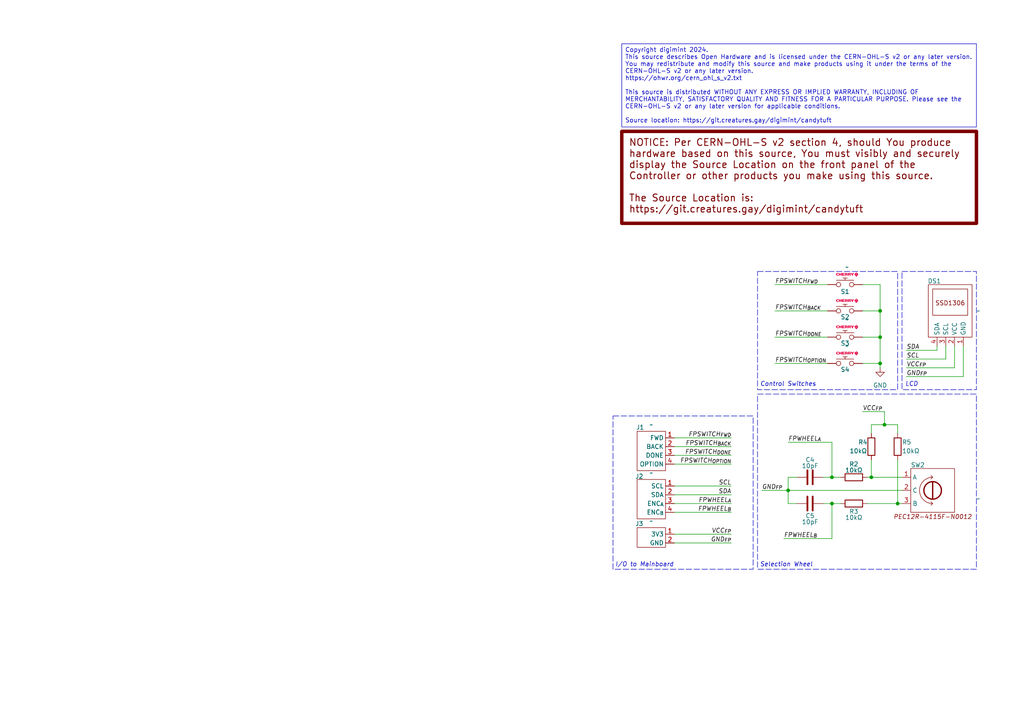
<source format=kicad_sch>
(kicad_sch (version 20231120) (generator "eeschema") (generator_version "8.0")
  (paper "A4")
  (title_block (title "Candytuft WS2811 Controller - Front Panel Board") (date "2024-10-08") (rev "1") (company "https://git.creatures.gay/digimint/candytuft") (comment 3 "Licensed under the CERN OHL-S v2") (comment 4 "Copyright 2024 digimint"))
  (lib_symbols
    (symbol "Cherry-Style-Keyswitch_1"
      (property "Reference" "S" (at 0 -1.778 0))
      (symbol "Cherry-Style-Keyswitch_1_1_1"
        (pin passive line (at -5.08 0 0) (length 2.54) (name "") (number ""))
        (pin passive line (at 5.08 0 180) (length 2.54) (name "") (number ""))
      )
    )
    (symbol "Device:C" (pin_numbers hide) (pin_names (offset 0.254))
      (property "Reference" "C" (at 0.635 2.54 0))
      (property "Value" "C" (at 0.635 -2.54 0))
      (symbol "C_1_1"
        (pin passive line (at 0 3.81 270) (length 2.794) (name "~") (number "1"))
        (pin passive line (at 0 -3.81 90) (length 2.794) (name "~") (number "2"))
      )
    )
    (symbol "Device:R" (pin_numbers hide) (pin_names (offset 0))
      (property "Reference" "R" (at 2.032 0 90))
      (property "Value" "R" (at 0 0 90))
      (symbol "R_1_1"
        (pin passive line (at 0 3.81 270) (length 1.27) (name "~") (number "1"))
        (pin passive line (at 0 -3.81 90) (length 1.27) (name "~") (number "2"))
      )
    )
    (symbol "candytuft:Cherry-Style-Keyswitch"
      (property "Reference" "S" (at 0 -1.778 0))
      (symbol "Cherry-Style-Keyswitch_1_1"
        (pin passive line (at -5.08 0 0) (length 2.54) (name "") (number ""))
        (pin passive line (at 5.08 0 180) (length 2.54) (name "") (number ""))
      )
    )
    (symbol "candytuft:FP-Keyswitch-Jack"
      (property "Reference" "J" (at -3.556 6.858 0))
      (symbol "FP-Keyswitch-Jack_1_1"
        (pin passive line (at 6.35 3.81 180) (length 2.54) (name "FWD") (number "1"))
        (pin passive line (at 6.35 1.27 180) (length 2.54) (name "BACK") (number "2"))
        (pin passive line (at 6.35 -1.27 180) (length 2.54) (name "DONE") (number "3"))
        (pin passive line (at 6.35 -3.81 180) (length 2.54) (name "OPTION") (number "4"))
      )
    )
    (symbol "candytuft:FP-LCD-Encoder-Jack"
      (property "Reference" "J" (at -3.81 6.604 0))
      (symbol "FP-LCD-Encoder-Jack_1_1"
        (pin bidirectional line (at 6.35 3.81 180) (length 2.54) (name "SCL") (number "1"))
        (pin bidirectional line (at 6.35 1.27 180) (length 2.54) (name "SDA") (number "2"))
        (pin passive line (at 6.35 -1.27 180) (length 2.54) (name "ENC_{A}") (number "3"))
        (pin passive line (at 6.35 -3.81 180) (length 2.54) (name "ENC_{B}") (number "4"))
      )
    )
    (symbol "candytuft:FP-Power-Jack"
      (property "Reference" "J" (at -3.81 4.318 0))
      (symbol "FP-Power-Jack_1_1"
        (pin power_out line (at 6.35 1.27 180) (length 2.54) (name "3V3") (number "1"))
        (pin power_in line (at 6.35 -1.27 180) (length 2.54) (name "GND") (number "2"))
      )
    )
    (symbol "candytuft:PEC12R-4115F-N0012"
      (property "Reference" "SW" (at -5.334 7.366 0))
      (symbol "PEC12R-4115F-N0012_1_1"
        (text "PEC12R-4115F-N0012" (at 0 -7.62 0) (effects (font (size 1.27 1.27) (italic yes))))
        (pin passive line (at -8.89 3.81 0) (length 2.54) (name "A") (number "1"))
        (pin passive line (at -8.89 0 0) (length 2.54) (name "C") (number "2"))
        (pin passive line (at -8.89 -3.81 0) (length 2.54) (name "B") (number "3"))
      )
    )
    (symbol "candytuft:SSD1306_IIC_Connector"
      (property "Reference" "DS" (at -7.874 7.366 0))
      (symbol "SSD1306_IIC_Connector_1_1"
        (text "SSD1306" (at -3.556 0 900) (effects (font (size 1.27 1.27))))
        (pin power_in line (at 8.89 3.81 180) (length 2.54) (name "GND") (number "1"))
        (pin power_in line (at 8.89 1.27 180) (length 2.54) (name "VCC") (number "2"))
        (pin bidirectional line (at 8.89 -1.27 180) (length 2.54) (name "SCL") (number "3"))
        (pin bidirectional line (at 8.89 -3.81 180) (length 2.54) (name "SDA") (number "4"))
      )
    )
    (symbol "power:GND" (power) (pin_numbers hide) (pin_names (offset 0) hide)
      (property "Value" "GND" (at 0 -3.81 0))
      (symbol "GND_1_1"
        (pin power_in line (at 0 0 270) (length 0) (name "~") (number "1"))
      )
    )
  )
  (junction (at 252.73 138.43))
  (junction (at 255.27 90.17))
  (junction (at 255.27 97.79))
  (junction (at 241.3 138.43))
  (junction (at 256.54 123.19))
  (junction (at 255.27 105.41))
  (junction (at 260.35 146.05))
  (junction (at 241.3 146.05))
  (junction (at 228.6 142.24))
  (wire (pts (xy 255.27 82.55) (xy 255.27 90.17)))
  (wire (pts (xy 231.14 138.43) (xy 228.6 138.43)))
  (wire (pts (xy 228.6 146.05) (xy 231.14 146.05)))
  (wire (pts (xy 274.32 100.33) (xy 274.32 104.14)))
  (wire (pts (xy 195.58 132.08) (xy 212.09 132.08)))
  (wire (pts (xy 260.35 133.35) (xy 260.35 146.05)))
  (wire (pts (xy 224.79 97.79) (xy 240.03 97.79)))
  (wire (pts (xy 260.35 123.19) (xy 260.35 125.73)))
  (wire (pts (xy 228.6 142.24) (xy 261.62 142.24)))
  (wire (pts (xy 241.3 138.43) (xy 241.3 128.27)))
  (wire (pts (xy 250.19 90.17) (xy 255.27 90.17)))
  (wire (pts (xy 224.79 82.55) (xy 240.03 82.55)))
  (wire (pts (xy 262.89 109.22) (xy 279.4 109.22)))
  (wire (pts (xy 241.3 138.43) (xy 243.84 138.43)))
  (wire (pts (xy 250.19 105.41) (xy 255.27 105.41)))
  (wire (pts (xy 228.6 138.43) (xy 228.6 142.24)))
  (wire (pts (xy 255.27 97.79) (xy 255.27 105.41)))
  (wire (pts (xy 238.76 138.43) (xy 241.3 138.43)))
  (wire (pts (xy 241.3 146.05) (xy 241.3 156.21)))
  (wire (pts (xy 262.89 104.14) (xy 274.32 104.14)))
  (wire (pts (xy 212.09 143.51) (xy 195.58 143.51)))
  (wire (pts (xy 255.27 105.41) (xy 255.27 106.68)))
  (wire (pts (xy 250.19 82.55) (xy 255.27 82.55)))
  (wire (pts (xy 252.73 123.19) (xy 252.73 125.73)))
  (wire (pts (xy 250.19 97.79) (xy 255.27 97.79)))
  (wire (pts (xy 252.73 138.43) (xy 261.62 138.43)))
  (wire (pts (xy 224.79 90.17) (xy 240.03 90.17)))
  (wire (pts (xy 212.09 157.48) (xy 195.58 157.48)))
  (wire (pts (xy 256.54 123.19) (xy 260.35 123.19)))
  (wire (pts (xy 238.76 146.05) (xy 241.3 146.05)))
  (wire (pts (xy 260.35 146.05) (xy 261.62 146.05)))
  (wire (pts (xy 228.6 128.27) (xy 241.3 128.27)))
  (wire (pts (xy 262.89 101.6) (xy 271.78 101.6)))
  (wire (pts (xy 228.6 142.24) (xy 228.6 146.05)))
  (wire (pts (xy 251.46 138.43) (xy 252.73 138.43)))
  (wire (pts (xy 212.09 140.97) (xy 195.58 140.97)))
  (wire (pts (xy 250.19 119.38) (xy 256.54 119.38)))
  (wire (pts (xy 251.46 146.05) (xy 260.35 146.05)))
  (wire (pts (xy 252.73 123.19) (xy 256.54 123.19)))
  (wire (pts (xy 224.79 105.41) (xy 240.03 105.41)))
  (wire (pts (xy 212.09 154.94) (xy 195.58 154.94)))
  (wire (pts (xy 195.58 127) (xy 212.09 127)))
  (wire (pts (xy 271.78 100.33) (xy 271.78 101.6)))
  (wire (pts (xy 252.73 133.35) (xy 252.73 138.43)))
  (wire (pts (xy 241.3 146.05) (xy 243.84 146.05)))
  (wire (pts (xy 262.89 106.68) (xy 276.86 106.68)))
  (wire (pts (xy 227.33 156.21) (xy 241.3 156.21)))
  (wire (pts (xy 212.09 146.05) (xy 195.58 146.05)))
  (wire (pts (xy 276.86 100.33) (xy 276.86 106.68)))
  (wire (pts (xy 212.09 148.59) (xy 195.58 148.59)))
  (wire (pts (xy 228.6 142.24) (xy 220.98 142.24)))
  (wire (pts (xy 255.27 90.17) (xy 255.27 97.79)))
  (wire (pts (xy 256.54 123.19) (xy 256.54 119.38)))
  (wire (pts (xy 195.58 129.54) (xy 212.09 129.54)))
  (wire (pts (xy 195.58 134.62) (xy 212.09 134.62)))
  (wire (pts (xy 279.4 100.33) (xy 279.4 109.22)))
  (rectangle (start 219.71 78.74) (end 260.35 113.03) (stroke (width 0) (type dash)))
  (rectangle (start 219.71 114.3) (end 283.21 165.1) (stroke (width 0) (type dash)))
  (rectangle (start 177.8 120.65) (end 218.44 165.1) (stroke (width 0) (type dash)))
  (rectangle (start 261.62 78.74) (end 283.21 113.03) (stroke (width 0) (type dash)))
  (text_box "NOTICE: Per CERN-OHL-S v2 section 4, should You produce hardware based on this source, You must visibly and securely display the Source Location on the front panel of the Controller or other products you make using this source.\n\nThe Source Location is:\nhttps://git.creatures.gay/digimint/candytuft" (at 180.34 38.1 0) (size 102.87 26.67) (stroke (width 1) (color 122 0 0 1)) (effects (font (size 2 2) (thickness 0.254) (bold yes)) (justify left top)))
  (text_box "Copyright digimint 2024.\nThis source describes Open Hardware and is licensed under the CERN-OHL-S v2 or any later version.\nYou may redistribute and modify this source and make products using it under the terms of the CERN-OHL-S v2 or any later version.\nhttps://ohwr.org/cern_ohl_s_v2.txt\n\nThis source is distributed WITHOUT ANY EXPRESS OR IMPLIED WARRANTY, INCLUDING OF MERCHANTABILITY, SATISFACTORY QUALITY AND FITNESS FOR A PARTICULAR PURPOSE. Please see the CERN-OHL-S v2 or any later version for applicable conditions.\n\nSource location: https://git.creatures.gay/digimint/candytuft" (at 180.34 12.7 0) (size 102.87 24.13) (effects (font (size 1.27 1.27)) (justify left top)))
  (text "LCD" (at 264.414 111.506 0) (effects (font (size 1.27 1.27) (italic yes))))
  (text "Selection Wheel" (at 228.092 163.83 0) (effects (font (size 1.27 1.27) (italic yes))))
  (text "I/O to Mainboard" (at 186.944 163.83 0) (effects (font (size 1.27 1.27) (italic yes))))
  (text "Control Switches" (at 228.6 111.506 0) (effects (font (size 1.27 1.27) (italic yes))))
  (label "FPSWITCH_{OPTION}" (at 212.09 134.62 180) (effects (font (italic yes))))
  (label "FPSWITCH_{FWD}" (at 212.09 127 180) (effects (font (italic yes))))
  (label "FPWHEEL_{A}" (at 212.09 146.05 180) (effects (font (italic yes))))
  (label "GND_{FP}" (at 212.09 157.48 180) (effects (font (italic yes))))
  (label "FPSWITCH_{FWD}" (at 224.79 82.55 0) (effects (font (italic yes))))
  (label "FPWHEEL_{B}" (at 212.09 148.59 180) (effects (font (italic yes))))
  (label "FPWHEEL_{A}" (at 228.6 128.27 0) (effects (font (italic yes))))
  (label "FPSWITCH_{BACK}" (at 212.09 129.54 180) (effects (font (italic yes))))
  (label "FPSWITCH_{OPTION}" (at 224.79 105.41 0) (effects (font (italic yes))))
  (label "FPSWITCH_{DONE}" (at 212.09 132.08 180) (effects (font (italic yes))))
  (label "FPSWITCH_{BACK}" (at 224.79 90.17 0) (effects (font (italic yes))))
  (label "SCL" (at 212.09 140.97 180) (effects (font (italic yes))))
  (label "VCC_{FP}" (at 262.89 106.68 0) (effects (font (italic yes))))
  (label "VCC_{FP}" (at 250.19 119.38 0) (effects (font (italic yes))))
  (label "FPWHEEL_{B}" (at 227.33 156.21 0) (effects (font (italic yes))))
  (label "GND_{FP}" (at 262.89 109.22 0) (effects (font (italic yes))))
  (label "SDA" (at 262.89 101.6 0) (effects (font (italic yes))))
  (label "FPSWITCH_{DONE}" (at 224.79 97.79 0) (effects (font (italic yes))))
  (label "SCL" (at 262.89 104.14 0) (effects (font (italic yes))))
  (label "GND_{FP}" (at 220.98 142.24 0) (effects (font (italic yes))))
  (label "SDA" (at 212.09 143.51 180) (effects (font (italic yes))))
  (label "VCC_{FP}" (at 212.09 154.94 180) (effects (font (italic yes))))
  (symbol (lib_name "Cherry-Style-Keyswitch_1") (lib_id "candytuft:Cherry-Style-Keyswitch") (at 245.11 97.79 0) (unit 1)
    (property "Reference" "S3" (at 245.11 99.568 0))
    (property "Value" "~" (at 245.6855 92.71 0))
    (property "Description" "A keyboard switch in the style of Cherry MX." (effects (hide yes)))
  )
  (symbol (lib_id "candytuft:Cherry-Style-Keyswitch") (at 245.11 82.55 0) (unit 1)
    (property "Reference" "S1" (at 245.11 84.582 0))
    (property "Value" "~" (at 245.6855 77.47 0))
    (property "Description" "A keyboard switch in the style of Cherry MX." (effects (hide yes)))
  )
  (symbol (lib_id "Device:R") (at 260.35 129.54 0) (unit 1)
    (property "Reference" "R5" (at 261.62 128.27 0) (effects (justify left)))
    (property "Value" "10kΩ" (at 261.62 130.81 0) (effects (justify left)))
    (property "Description" "Resistor" (effects (hide yes)))
  )
  (symbol (lib_id "candytuft:PEC12R-4115F-N0012") (at 270.51 142.24 0) (unit 1)
    (property "Reference" "SW2" (at 264.16 134.874 0) (effects (justify left)))
    (property "Value" "~" (at 283.21 144.6558 0) (effects (justify left)))
    (property "Description" "Rotary Encoder" (effects (hide yes)))
  )
  (symbol (lib_id "Device:R") (at 247.65 146.05 90) (unit 1)
    (property "Reference" "R3" (at 247.65 148.336 90))
    (property "Value" "10kΩ" (at 247.65 150.114 90))
    (property "Description" "Resistor" (effects (hide yes)))
  )
  (symbol (lib_id "candytuft:FP-Power-Jack") (at 189.23 156.21 0) (unit 1)
    (property "Reference" "J3" (at 185.42 151.892 0))
    (property "Value" "~" (at 188.9125 151.13 0))
  )
  (symbol (lib_id "candytuft:SSD1306_IIC_Connector") (at 275.59 91.44 270) (unit 1)
    (property "Reference" "DS1" (at 271.018 81.534 90))
    (property "Value" "~" (at 283.21 90.17 90) (effects (justify left)))
  )
  (symbol (lib_id "candytuft:FP-LCD-Encoder-Jack") (at 189.23 144.78 0) (unit 1)
    (property "Reference" "J2" (at 185.42 138.176 0))
    (property "Value" "~" (at 188.9125 137.16 0))
  )
  (symbol (lib_id "Device:C") (at 234.95 146.05 90) (unit 1)
    (property "Reference" "C5" (at 234.95 149.606 90))
    (property "Value" "10pF" (at 234.95 151.384 90))
    (property "Description" "Unpolarized capacitor" (effects (hide yes)))
  )
  (symbol (lib_id "candytuft:FP-Keyswitch-Jack") (at 189.23 130.81 0) (unit 1)
    (property "Reference" "J1" (at 185.674 123.952 0))
    (property "Value" "~" (at 188.9125 123.19 0))
  )
  (symbol (lib_name "Cherry-Style-Keyswitch_1") (lib_id "candytuft:Cherry-Style-Keyswitch") (at 245.11 105.41 0) (unit 1)
    (property "Reference" "S4" (at 245.11 107.188 0))
    (property "Value" "~" (at 245.6855 100.33 0))
    (property "Description" "A keyboard switch in the style of Cherry MX." (effects (hide yes)))
  )
  (symbol (lib_id "Device:C") (at 234.95 138.43 90) (unit 1)
    (property "Reference" "C4" (at 234.95 133.35 90))
    (property "Value" "10pF" (at 234.95 135.128 90))
    (property "Description" "Unpolarized capacitor" (effects (hide yes)))
  )
  (symbol (lib_id "Device:R") (at 247.65 138.43 90) (unit 1)
    (property "Reference" "R2" (at 247.65 134.62 90))
    (property "Value" "10kΩ" (at 247.65 136.398 90))
    (property "Description" "Resistor" (effects (hide yes)))
  )
  (symbol (lib_name "Cherry-Style-Keyswitch_1") (lib_id "candytuft:Cherry-Style-Keyswitch") (at 245.11 90.17 0) (unit 1)
    (property "Reference" "S2" (at 245.11 91.948 0))
    (property "Value" "~" (at 245.6855 85.09 0))
    (property "Description" "A keyboard switch in the style of Cherry MX." (effects (hide yes)))
  )
  (symbol (lib_id "Device:R") (at 252.73 129.54 0) (unit 1)
    (property "Reference" "R4" (at 248.92 128.27 0) (effects (justify left)))
    (property "Value" "10kΩ" (at 246.38 130.81 0) (effects (justify left)))
    (property "Description" "Resistor" (effects (hide yes)))
  )
  (symbol (lib_id "power:GND") (at 255.27 106.68 0) (unit 1)
    (property "Reference" "#PWR012" (effects (hide yes)))
    (property "Value" "GND" (at 255.27 111.76 0))
    (property "Description" "Power symbol creates a global label with name \"GND\" , ground" (effects (hide yes)))
  )
)
</source>
